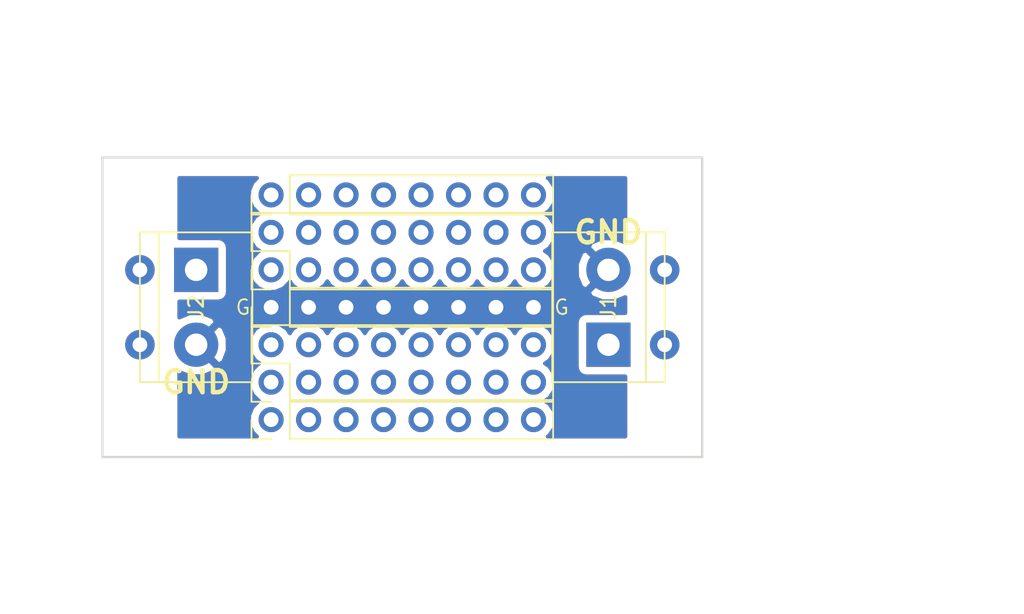
<source format=kicad_pcb>
(kicad_pcb (version 20171130) (host pcbnew 5.0.1)

  (general
    (thickness 1.6)
    (drawings 10)
    (tracks 4)
    (zones 0)
    (modules 11)
    (nets 4)
  )

  (page A4)
  (layers
    (0 F.Cu signal)
    (31 B.Cu signal)
    (32 B.Adhes user)
    (33 F.Adhes user)
    (34 B.Paste user)
    (35 F.Paste user)
    (36 B.SilkS user)
    (37 F.SilkS user)
    (38 B.Mask user)
    (39 F.Mask user)
    (40 Dwgs.User user)
    (41 Cmts.User user)
    (42 Eco1.User user)
    (43 Eco2.User user)
    (44 Edge.Cuts user)
    (45 Margin user)
    (46 B.CrtYd user)
    (47 F.CrtYd user)
    (48 B.Fab user)
    (49 F.Fab user)
  )

  (setup
    (last_trace_width 0.25)
    (trace_clearance 0.2)
    (zone_clearance 0.508)
    (zone_45_only no)
    (trace_min 0.2)
    (segment_width 0.2)
    (edge_width 0.15)
    (via_size 0.8)
    (via_drill 0.4)
    (via_min_size 0.4)
    (via_min_drill 0.3)
    (uvia_size 0.3)
    (uvia_drill 0.1)
    (uvias_allowed no)
    (uvia_min_size 0.2)
    (uvia_min_drill 0.1)
    (pcb_text_width 0.3)
    (pcb_text_size 1.5 1.5)
    (mod_edge_width 0.15)
    (mod_text_size 1 1)
    (mod_text_width 0.15)
    (pad_size 1.7 1.7)
    (pad_drill 1)
    (pad_to_mask_clearance 0.051)
    (solder_mask_min_width 0.25)
    (aux_axis_origin 0 0)
    (visible_elements FFFFFF7F)
    (pcbplotparams
      (layerselection 0x010f0_ffffffff)
      (usegerberextensions true)
      (usegerberattributes false)
      (usegerberadvancedattributes false)
      (creategerberjobfile false)
      (excludeedgelayer true)
      (linewidth 0.100000)
      (plotframeref false)
      (viasonmask false)
      (mode 1)
      (useauxorigin false)
      (hpglpennumber 1)
      (hpglpenspeed 20)
      (hpglpendiameter 15.000000)
      (psnegative false)
      (psa4output false)
      (plotreference true)
      (plotvalue true)
      (plotinvisibletext false)
      (padsonsilk false)
      (subtractmaskfromsilk true)
      (outputformat 1)
      (mirror false)
      (drillshape 0)
      (scaleselection 1)
      (outputdirectory ""))
  )

  (net 0 "")
  (net 1 "Net-(J1-Pad1)")
  (net 2 GND)
  (net 3 "Net-(J2-Pad1)")

  (net_class Default "これはデフォルトのネット クラスです。"
    (clearance 0.2)
    (trace_width 0.25)
    (via_dia 0.8)
    (via_drill 0.4)
    (uvia_dia 0.3)
    (uvia_drill 0.1)
    (add_net GND)
    (add_net "Net-(J1-Pad1)")
    (add_net "Net-(J2-Pad1)")
  )

  (net_class Power ""
    (clearance 0.2)
    (trace_width 0.5)
    (via_dia 0.8)
    (via_drill 0.4)
    (uvia_dia 0.3)
    (uvia_drill 0.1)
  )

  (module Connector_PinHeader_2.54mm:PinHeader_1x08_P2.54mm_Vertical (layer F.Cu) (tedit 5C4125F0) (tstamp 5C42B03B)
    (at 158.75 111.76 90)
    (descr "Through hole straight pin header, 1x08, 2.54mm pitch, single row")
    (tags "Through hole pin header THT 1x08 2.54mm single row")
    (fp_text reference REF** (at 0 -2.33 90) (layer F.SilkS) hide
      (effects (font (size 1 1) (thickness 0.15)))
    )
    (fp_text value PinHeader_1x08_P2.54mm_Vertical (at 0 20.11 90) (layer F.Fab)
      (effects (font (size 1 1) (thickness 0.15)))
    )
    (fp_line (start -0.635 -1.27) (end 1.27 -1.27) (layer F.Fab) (width 0.1))
    (fp_line (start 1.27 -1.27) (end 1.27 19.05) (layer F.Fab) (width 0.1))
    (fp_line (start 1.27 19.05) (end -1.27 19.05) (layer F.Fab) (width 0.1))
    (fp_line (start -1.27 19.05) (end -1.27 -0.635) (layer F.Fab) (width 0.1))
    (fp_line (start -1.27 -0.635) (end -0.635 -1.27) (layer F.Fab) (width 0.1))
    (fp_line (start -1.33 19.11) (end 1.33 19.11) (layer F.SilkS) (width 0.12))
    (fp_line (start -1.33 1.27) (end -1.33 19.11) (layer F.SilkS) (width 0.12))
    (fp_line (start 1.33 1.27) (end 1.33 19.11) (layer F.SilkS) (width 0.12))
    (fp_line (start -1.33 1.27) (end 1.33 1.27) (layer F.SilkS) (width 0.12))
    (fp_line (start -1.33 0) (end -1.33 -1.33) (layer F.SilkS) (width 0.12))
    (fp_line (start -1.33 -1.33) (end 0 -1.33) (layer F.SilkS) (width 0.12))
    (fp_line (start -1.8 -1.8) (end -1.8 19.55) (layer F.CrtYd) (width 0.05))
    (fp_line (start -1.8 19.55) (end 1.8 19.55) (layer F.CrtYd) (width 0.05))
    (fp_line (start 1.8 19.55) (end 1.8 -1.8) (layer F.CrtYd) (width 0.05))
    (fp_line (start 1.8 -1.8) (end -1.8 -1.8) (layer F.CrtYd) (width 0.05))
    (fp_text user %R (at 0 8.89 180) (layer F.Fab)
      (effects (font (size 1 1) (thickness 0.15)))
    )
    (pad 1 thru_hole circle (at 0 0 90) (size 1.7 1.7) (drill 1) (layers *.Cu *.Mask))
    (pad 2 thru_hole oval (at 0 2.54 90) (size 1.7 1.7) (drill 1) (layers *.Cu *.Mask))
    (pad 3 thru_hole oval (at 0 5.08 90) (size 1.7 1.7) (drill 1) (layers *.Cu *.Mask))
    (pad 4 thru_hole oval (at 0 7.62 90) (size 1.7 1.7) (drill 1) (layers *.Cu *.Mask))
    (pad 5 thru_hole oval (at 0 10.16 90) (size 1.7 1.7) (drill 1) (layers *.Cu *.Mask))
    (pad 6 thru_hole oval (at 0 12.7 90) (size 1.7 1.7) (drill 1) (layers *.Cu *.Mask))
    (pad 7 thru_hole oval (at 0 15.24 90) (size 1.7 1.7) (drill 1) (layers *.Cu *.Mask))
    (pad 8 thru_hole oval (at 0 17.78 90) (size 1.7 1.7) (drill 1) (layers *.Cu *.Mask))
    (model ${KISYS3DMOD}/Connector_PinHeader_2.54mm.3dshapes/PinHeader_1x08_P2.54mm_Vertical.wrl
      (at (xyz 0 0 0))
      (scale (xyz 1 1 1))
      (rotate (xyz 0 0 0))
    )
  )

  (module Connector_PinHeader_2.54mm:PinHeader_2x08_P2.54mm_Vertical (layer F.Cu) (tedit 5C41216B) (tstamp 5C41F836)
    (at 158.75 109.22 90)
    (descr "Through hole straight pin header, 2x08, 2.54mm pitch, double rows")
    (tags "Through hole pin header THT 2x08 2.54mm double row")
    (fp_text reference REF** (at 1.27 -2.33 90) (layer F.SilkS) hide
      (effects (font (size 1 1) (thickness 0.15)))
    )
    (fp_text value PinHeader_2x08_P2.54mm_Vertical (at 1.27 20.11 90) (layer F.Fab)
      (effects (font (size 1 1) (thickness 0.15)))
    )
    (fp_line (start 0 -1.27) (end 3.81 -1.27) (layer F.Fab) (width 0.1))
    (fp_line (start 3.81 -1.27) (end 3.81 19.05) (layer F.Fab) (width 0.1))
    (fp_line (start 3.81 19.05) (end -1.27 19.05) (layer F.Fab) (width 0.1))
    (fp_line (start -1.27 19.05) (end -1.27 0) (layer F.Fab) (width 0.1))
    (fp_line (start -1.27 0) (end 0 -1.27) (layer F.Fab) (width 0.1))
    (fp_line (start -1.33 19.11) (end 3.87 19.11) (layer F.SilkS) (width 0.12))
    (fp_line (start -1.33 1.27) (end -1.33 19.11) (layer F.SilkS) (width 0.12))
    (fp_line (start 3.87 -1.33) (end 3.87 19.11) (layer F.SilkS) (width 0.12))
    (fp_line (start -1.33 1.27) (end 1.27 1.27) (layer F.SilkS) (width 0.12))
    (fp_line (start 1.27 1.27) (end 1.27 -1.33) (layer F.SilkS) (width 0.12))
    (fp_line (start 1.27 -1.33) (end 3.87 -1.33) (layer F.SilkS) (width 0.12))
    (fp_line (start -1.33 0) (end -1.33 -1.33) (layer F.SilkS) (width 0.12))
    (fp_line (start -1.33 -1.33) (end 0 -1.33) (layer F.SilkS) (width 0.12))
    (fp_line (start -1.8 -1.8) (end -1.8 19.55) (layer F.CrtYd) (width 0.05))
    (fp_line (start -1.8 19.55) (end 4.35 19.55) (layer F.CrtYd) (width 0.05))
    (fp_line (start 4.35 19.55) (end 4.35 -1.8) (layer F.CrtYd) (width 0.05))
    (fp_line (start 4.35 -1.8) (end -1.8 -1.8) (layer F.CrtYd) (width 0.05))
    (fp_text user %R (at 1.27 8.89 180) (layer F.Fab)
      (effects (font (size 1 1) (thickness 0.15)))
    )
    (pad 1 thru_hole circle (at 0 0 90) (size 1.7 1.7) (drill 1) (layers *.Cu *.Mask))
    (pad 2 thru_hole oval (at 2.54 0 90) (size 1.7 1.7) (drill 1) (layers *.Cu *.Mask))
    (pad 3 thru_hole oval (at 0 2.54 90) (size 1.7 1.7) (drill 1) (layers *.Cu *.Mask))
    (pad 4 thru_hole oval (at 2.54 2.54 90) (size 1.7 1.7) (drill 1) (layers *.Cu *.Mask))
    (pad 5 thru_hole oval (at 0 5.08 90) (size 1.7 1.7) (drill 1) (layers *.Cu *.Mask))
    (pad 6 thru_hole oval (at 2.54 5.08 90) (size 1.7 1.7) (drill 1) (layers *.Cu *.Mask))
    (pad 7 thru_hole oval (at 0 7.62 90) (size 1.7 1.7) (drill 1) (layers *.Cu *.Mask))
    (pad 8 thru_hole oval (at 2.54 7.62 90) (size 1.7 1.7) (drill 1) (layers *.Cu *.Mask))
    (pad 9 thru_hole oval (at 0 10.16 90) (size 1.7 1.7) (drill 1) (layers *.Cu *.Mask))
    (pad 10 thru_hole oval (at 2.54 10.16 90) (size 1.7 1.7) (drill 1) (layers *.Cu *.Mask))
    (pad 11 thru_hole oval (at 0 12.7 90) (size 1.7 1.7) (drill 1) (layers *.Cu *.Mask))
    (pad 12 thru_hole oval (at 2.54 12.7 90) (size 1.7 1.7) (drill 1) (layers *.Cu *.Mask))
    (pad 13 thru_hole oval (at 0 15.24 90) (size 1.7 1.7) (drill 1) (layers *.Cu *.Mask))
    (pad 14 thru_hole oval (at 2.54 15.24 90) (size 1.7 1.7) (drill 1) (layers *.Cu *.Mask))
    (pad 15 thru_hole oval (at 0 17.78 90) (size 1.7 1.7) (drill 1) (layers *.Cu *.Mask))
    (pad 16 thru_hole oval (at 2.54 17.78 90) (size 1.7 1.7) (drill 1) (layers *.Cu *.Mask))
    (model ${KISYS3DMOD}/Connector_PinHeader_2.54mm.3dshapes/PinHeader_2x08_P2.54mm_Vertical.wrl
      (at (xyz 0 0 0))
      (scale (xyz 1 1 1))
      (rotate (xyz 0 0 0))
    )
  )

  (module Connector_PinHeader_2.54mm:PinHeader_2x08_P2.54mm_Vertical (layer F.Cu) (tedit 5C41215F) (tstamp 5C41EBDA)
    (at 158.75 101.6 90)
    (descr "Through hole straight pin header, 2x08, 2.54mm pitch, double rows")
    (tags "Through hole pin header THT 2x08 2.54mm double row")
    (fp_text reference REF** (at 1.27 -2.33 90) (layer F.SilkS) hide
      (effects (font (size 1 1) (thickness 0.15)))
    )
    (fp_text value PinHeader_2x08_P2.54mm_Vertical (at 1.27 20.11 90) (layer F.Fab)
      (effects (font (size 1 1) (thickness 0.15)))
    )
    (fp_text user %R (at 1.27 8.89 180) (layer F.Fab)
      (effects (font (size 1 1) (thickness 0.15)))
    )
    (fp_line (start 4.35 -1.8) (end -1.8 -1.8) (layer F.CrtYd) (width 0.05))
    (fp_line (start 4.35 19.55) (end 4.35 -1.8) (layer F.CrtYd) (width 0.05))
    (fp_line (start -1.8 19.55) (end 4.35 19.55) (layer F.CrtYd) (width 0.05))
    (fp_line (start -1.8 -1.8) (end -1.8 19.55) (layer F.CrtYd) (width 0.05))
    (fp_line (start -1.33 -1.33) (end 0 -1.33) (layer F.SilkS) (width 0.12))
    (fp_line (start -1.33 0) (end -1.33 -1.33) (layer F.SilkS) (width 0.12))
    (fp_line (start 1.27 -1.33) (end 3.87 -1.33) (layer F.SilkS) (width 0.12))
    (fp_line (start 1.27 1.27) (end 1.27 -1.33) (layer F.SilkS) (width 0.12))
    (fp_line (start -1.33 1.27) (end 1.27 1.27) (layer F.SilkS) (width 0.12))
    (fp_line (start 3.87 -1.33) (end 3.87 19.11) (layer F.SilkS) (width 0.12))
    (fp_line (start -1.33 1.27) (end -1.33 19.11) (layer F.SilkS) (width 0.12))
    (fp_line (start -1.33 19.11) (end 3.87 19.11) (layer F.SilkS) (width 0.12))
    (fp_line (start -1.27 0) (end 0 -1.27) (layer F.Fab) (width 0.1))
    (fp_line (start -1.27 19.05) (end -1.27 0) (layer F.Fab) (width 0.1))
    (fp_line (start 3.81 19.05) (end -1.27 19.05) (layer F.Fab) (width 0.1))
    (fp_line (start 3.81 -1.27) (end 3.81 19.05) (layer F.Fab) (width 0.1))
    (fp_line (start 0 -1.27) (end 3.81 -1.27) (layer F.Fab) (width 0.1))
    (pad 16 thru_hole oval (at 2.54 17.78 90) (size 1.7 1.7) (drill 1) (layers *.Cu *.Mask))
    (pad 15 thru_hole oval (at 0 17.78 90) (size 1.7 1.7) (drill 1) (layers *.Cu *.Mask))
    (pad 14 thru_hole oval (at 2.54 15.24 90) (size 1.7 1.7) (drill 1) (layers *.Cu *.Mask))
    (pad 13 thru_hole oval (at 0 15.24 90) (size 1.7 1.7) (drill 1) (layers *.Cu *.Mask))
    (pad 12 thru_hole oval (at 2.54 12.7 90) (size 1.7 1.7) (drill 1) (layers *.Cu *.Mask))
    (pad 11 thru_hole oval (at 0 12.7 90) (size 1.7 1.7) (drill 1) (layers *.Cu *.Mask))
    (pad 10 thru_hole oval (at 2.54 10.16 90) (size 1.7 1.7) (drill 1) (layers *.Cu *.Mask))
    (pad 9 thru_hole oval (at 0 10.16 90) (size 1.7 1.7) (drill 1) (layers *.Cu *.Mask))
    (pad 8 thru_hole oval (at 2.54 7.62 90) (size 1.7 1.7) (drill 1) (layers *.Cu *.Mask))
    (pad 7 thru_hole oval (at 0 7.62 90) (size 1.7 1.7) (drill 1) (layers *.Cu *.Mask))
    (pad 6 thru_hole oval (at 2.54 5.08 90) (size 1.7 1.7) (drill 1) (layers *.Cu *.Mask))
    (pad 5 thru_hole oval (at 0 5.08 90) (size 1.7 1.7) (drill 1) (layers *.Cu *.Mask))
    (pad 4 thru_hole oval (at 2.54 2.54 90) (size 1.7 1.7) (drill 1) (layers *.Cu *.Mask))
    (pad 3 thru_hole oval (at 0 2.54 90) (size 1.7 1.7) (drill 1) (layers *.Cu *.Mask))
    (pad 2 thru_hole oval (at 2.54 0 90) (size 1.7 1.7) (drill 1) (layers *.Cu *.Mask))
    (pad 1 thru_hole circle (at 0 0 90) (size 1.7 1.7) (drill 1) (layers *.Cu *.Mask))
    (model ${KISYS3DMOD}/Connector_PinHeader_2.54mm.3dshapes/PinHeader_2x08_P2.54mm_Vertical.wrl
      (at (xyz 0 0 0))
      (scale (xyz 1 1 1))
      (rotate (xyz 0 0 0))
    )
  )

  (module MountingHole:MountingHole_2.2mm_M2 (layer F.Cu) (tedit 5C411E1B) (tstamp 5C4120EA)
    (at 185.42 96.52)
    (descr "Mounting Hole 2.2mm, no annular, M2")
    (tags "mounting hole 2.2mm no annular m2")
    (attr virtual)
    (fp_text reference REF** (at 0 -3.2) (layer F.SilkS) hide
      (effects (font (size 1 1) (thickness 0.15)))
    )
    (fp_text value MountingHole_2.2mm_M2 (at 0 3.2) (layer F.Fab)
      (effects (font (size 1 1) (thickness 0.15)))
    )
    (fp_circle (center 0 0) (end 2.45 0) (layer F.CrtYd) (width 0.05))
    (fp_circle (center 0 0) (end 2.2 0) (layer Cmts.User) (width 0.15))
    (fp_text user %R (at 0.3 0) (layer F.Fab)
      (effects (font (size 1 1) (thickness 0.15)))
    )
    (pad 1 np_thru_hole circle (at 0 0) (size 2.2 2.2) (drill 2.2) (layers *.Cu *.Mask))
  )

  (module MountingHole:MountingHole_2.2mm_M2 (layer F.Cu) (tedit 5C411E20) (tstamp 5C4120FD)
    (at 185.42 111.76)
    (descr "Mounting Hole 2.2mm, no annular, M2")
    (tags "mounting hole 2.2mm no annular m2")
    (attr virtual)
    (fp_text reference REF** (at 0 -3.2) (layer F.SilkS) hide
      (effects (font (size 1 1) (thickness 0.15)))
    )
    (fp_text value MountingHole_2.2mm_M2 (at 0 3.2) (layer F.Fab)
      (effects (font (size 1 1) (thickness 0.15)))
    )
    (fp_circle (center 0 0) (end 2.45 0) (layer F.CrtYd) (width 0.05))
    (fp_circle (center 0 0) (end 2.2 0) (layer Cmts.User) (width 0.15))
    (fp_text user %R (at 0.3 0) (layer F.Fab)
      (effects (font (size 1 1) (thickness 0.15)))
    )
    (pad 1 np_thru_hole circle (at 0 0) (size 2.2 2.2) (drill 2.2) (layers *.Cu *.Mask))
  )

  (module MountingHole:MountingHole_2.2mm_M2 (layer F.Cu) (tedit 5C411E2C) (tstamp 5C412114)
    (at 149.86 96.52)
    (descr "Mounting Hole 2.2mm, no annular, M2")
    (tags "mounting hole 2.2mm no annular m2")
    (attr virtual)
    (fp_text reference REF** (at 0 -3.2) (layer F.SilkS) hide
      (effects (font (size 1 1) (thickness 0.15)))
    )
    (fp_text value MountingHole_2.2mm_M2 (at 0 3.2) (layer F.Fab)
      (effects (font (size 1 1) (thickness 0.15)))
    )
    (fp_circle (center 0 0) (end 2.45 0) (layer F.CrtYd) (width 0.05))
    (fp_circle (center 0 0) (end 2.2 0) (layer Cmts.User) (width 0.15))
    (fp_text user %R (at 0.3 0) (layer F.Fab)
      (effects (font (size 1 1) (thickness 0.15)))
    )
    (pad 1 np_thru_hole circle (at 0 0) (size 2.2 2.2) (drill 2.2) (layers *.Cu *.Mask))
  )

  (module MountingHole:MountingHole_2.2mm_M2 (layer F.Cu) (tedit 5C411E32) (tstamp 5C41212F)
    (at 149.86 111.76)
    (descr "Mounting Hole 2.2mm, no annular, M2")
    (tags "mounting hole 2.2mm no annular m2")
    (attr virtual)
    (fp_text reference REF** (at 0 -3.2) (layer F.SilkS) hide
      (effects (font (size 1 1) (thickness 0.15)))
    )
    (fp_text value MountingHole_2.2mm_M2 (at 0 3.2) (layer F.Fab)
      (effects (font (size 1 1) (thickness 0.15)))
    )
    (fp_circle (center 0 0) (end 2.45 0) (layer F.CrtYd) (width 0.05))
    (fp_circle (center 0 0) (end 2.2 0) (layer Cmts.User) (width 0.15))
    (fp_text user %R (at 0.3 0) (layer F.Fab)
      (effects (font (size 1 1) (thickness 0.15)))
    )
    (pad 1 np_thru_hole circle (at 0 0) (size 2.2 2.2) (drill 2.2) (layers *.Cu *.Mask))
  )

  (module TerminalBlock:TerminalBlock_bornier-2_P5.08mm (layer F.Cu) (tedit 59FF03AB) (tstamp 5C41E9C4)
    (at 181.61 106.68 90)
    (descr "simple 2-pin terminal block, pitch 5.08mm, revamped version of bornier2")
    (tags "terminal block bornier2")
    (path /5C4124B5)
    (fp_text reference J1 (at 2.54 0 90) (layer F.SilkS)
      (effects (font (size 1 1) (thickness 0.15)))
    )
    (fp_text value Conn_01x02 (at 2.54 5.08 90) (layer F.Fab)
      (effects (font (size 1 1) (thickness 0.15)))
    )
    (fp_text user %R (at 2.54 0 90) (layer F.Fab)
      (effects (font (size 1 1) (thickness 0.15)))
    )
    (fp_line (start -2.41 2.55) (end 7.49 2.55) (layer F.Fab) (width 0.1))
    (fp_line (start -2.46 -3.75) (end -2.46 3.75) (layer F.Fab) (width 0.1))
    (fp_line (start -2.46 3.75) (end 7.54 3.75) (layer F.Fab) (width 0.1))
    (fp_line (start 7.54 3.75) (end 7.54 -3.75) (layer F.Fab) (width 0.1))
    (fp_line (start 7.54 -3.75) (end -2.46 -3.75) (layer F.Fab) (width 0.1))
    (fp_line (start 7.62 2.54) (end -2.54 2.54) (layer F.SilkS) (width 0.12))
    (fp_line (start 7.62 3.81) (end 7.62 -3.81) (layer F.SilkS) (width 0.12))
    (fp_line (start 7.62 -3.81) (end -2.54 -3.81) (layer F.SilkS) (width 0.12))
    (fp_line (start -2.54 -3.81) (end -2.54 3.81) (layer F.SilkS) (width 0.12))
    (fp_line (start -2.54 3.81) (end 7.62 3.81) (layer F.SilkS) (width 0.12))
    (fp_line (start -2.71 -4) (end 7.79 -4) (layer F.CrtYd) (width 0.05))
    (fp_line (start -2.71 -4) (end -2.71 4) (layer F.CrtYd) (width 0.05))
    (fp_line (start 7.79 4) (end 7.79 -4) (layer F.CrtYd) (width 0.05))
    (fp_line (start 7.79 4) (end -2.71 4) (layer F.CrtYd) (width 0.05))
    (pad 1 thru_hole rect (at 0 0 90) (size 3 3) (drill 1.52) (layers *.Cu *.Mask)
      (net 1 "Net-(J1-Pad1)"))
    (pad 2 thru_hole circle (at 5.08 0 90) (size 3 3) (drill 1.52) (layers *.Cu *.Mask)
      (net 2 GND))
    (model ${KISYS3DMOD}/TerminalBlock.3dshapes/TerminalBlock_bornier-2_P5.08mm.wrl
      (offset (xyz 2.539999961853027 0 0))
      (scale (xyz 1 1 1))
      (rotate (xyz 0 0 0))
    )
  )

  (module TerminalBlock:TerminalBlock_bornier-2_P5.08mm (layer F.Cu) (tedit 59FF03AB) (tstamp 5C41E9D9)
    (at 153.67 101.6 270)
    (descr "simple 2-pin terminal block, pitch 5.08mm, revamped version of bornier2")
    (tags "terminal block bornier2")
    (path /5C4124D6)
    (fp_text reference J2 (at 2.54 0 270) (layer F.SilkS)
      (effects (font (size 1 1) (thickness 0.15)))
    )
    (fp_text value Conn_01x02 (at 2.54 5.08 270) (layer F.Fab)
      (effects (font (size 1 1) (thickness 0.15)))
    )
    (fp_line (start 7.79 4) (end -2.71 4) (layer F.CrtYd) (width 0.05))
    (fp_line (start 7.79 4) (end 7.79 -4) (layer F.CrtYd) (width 0.05))
    (fp_line (start -2.71 -4) (end -2.71 4) (layer F.CrtYd) (width 0.05))
    (fp_line (start -2.71 -4) (end 7.79 -4) (layer F.CrtYd) (width 0.05))
    (fp_line (start -2.54 3.81) (end 7.62 3.81) (layer F.SilkS) (width 0.12))
    (fp_line (start -2.54 -3.81) (end -2.54 3.81) (layer F.SilkS) (width 0.12))
    (fp_line (start 7.62 -3.81) (end -2.54 -3.81) (layer F.SilkS) (width 0.12))
    (fp_line (start 7.62 3.81) (end 7.62 -3.81) (layer F.SilkS) (width 0.12))
    (fp_line (start 7.62 2.54) (end -2.54 2.54) (layer F.SilkS) (width 0.12))
    (fp_line (start 7.54 -3.75) (end -2.46 -3.75) (layer F.Fab) (width 0.1))
    (fp_line (start 7.54 3.75) (end 7.54 -3.75) (layer F.Fab) (width 0.1))
    (fp_line (start -2.46 3.75) (end 7.54 3.75) (layer F.Fab) (width 0.1))
    (fp_line (start -2.46 -3.75) (end -2.46 3.75) (layer F.Fab) (width 0.1))
    (fp_line (start -2.41 2.55) (end 7.49 2.55) (layer F.Fab) (width 0.1))
    (fp_text user %R (at 2.54 0 270) (layer F.Fab)
      (effects (font (size 1 1) (thickness 0.15)))
    )
    (pad 2 thru_hole circle (at 5.08 0 270) (size 3 3) (drill 1.52) (layers *.Cu *.Mask)
      (net 2 GND))
    (pad 1 thru_hole rect (at 0 0 270) (size 3 3) (drill 1.52) (layers *.Cu *.Mask)
      (net 3 "Net-(J2-Pad1)"))
    (model ${KISYS3DMOD}/TerminalBlock.3dshapes/TerminalBlock_bornier-2_P5.08mm.wrl
      (offset (xyz 2.539999961853027 0 0))
      (scale (xyz 1 1 1))
      (rotate (xyz 0 0 0))
    )
  )

  (module Connector_PinHeader_2.54mm:PinHeader_1x08_P2.54mm_Vertical (layer F.Cu) (tedit 5C4125F0) (tstamp 5C42ABF6)
    (at 158.75 96.52 90)
    (descr "Through hole straight pin header, 1x08, 2.54mm pitch, single row")
    (tags "Through hole pin header THT 1x08 2.54mm single row")
    (fp_text reference REF** (at 0 -2.33 90) (layer F.SilkS) hide
      (effects (font (size 1 1) (thickness 0.15)))
    )
    (fp_text value PinHeader_1x08_P2.54mm_Vertical (at 0 20.11 90) (layer F.Fab)
      (effects (font (size 1 1) (thickness 0.15)))
    )
    (fp_text user %R (at 0 8.89 180) (layer F.Fab)
      (effects (font (size 1 1) (thickness 0.15)))
    )
    (fp_line (start 1.8 -1.8) (end -1.8 -1.8) (layer F.CrtYd) (width 0.05))
    (fp_line (start 1.8 19.55) (end 1.8 -1.8) (layer F.CrtYd) (width 0.05))
    (fp_line (start -1.8 19.55) (end 1.8 19.55) (layer F.CrtYd) (width 0.05))
    (fp_line (start -1.8 -1.8) (end -1.8 19.55) (layer F.CrtYd) (width 0.05))
    (fp_line (start -1.33 -1.33) (end 0 -1.33) (layer F.SilkS) (width 0.12))
    (fp_line (start -1.33 0) (end -1.33 -1.33) (layer F.SilkS) (width 0.12))
    (fp_line (start -1.33 1.27) (end 1.33 1.27) (layer F.SilkS) (width 0.12))
    (fp_line (start 1.33 1.27) (end 1.33 19.11) (layer F.SilkS) (width 0.12))
    (fp_line (start -1.33 1.27) (end -1.33 19.11) (layer F.SilkS) (width 0.12))
    (fp_line (start -1.33 19.11) (end 1.33 19.11) (layer F.SilkS) (width 0.12))
    (fp_line (start -1.27 -0.635) (end -0.635 -1.27) (layer F.Fab) (width 0.1))
    (fp_line (start -1.27 19.05) (end -1.27 -0.635) (layer F.Fab) (width 0.1))
    (fp_line (start 1.27 19.05) (end -1.27 19.05) (layer F.Fab) (width 0.1))
    (fp_line (start 1.27 -1.27) (end 1.27 19.05) (layer F.Fab) (width 0.1))
    (fp_line (start -0.635 -1.27) (end 1.27 -1.27) (layer F.Fab) (width 0.1))
    (pad 8 thru_hole oval (at 0 17.78 90) (size 1.7 1.7) (drill 1) (layers *.Cu *.Mask))
    (pad 7 thru_hole oval (at 0 15.24 90) (size 1.7 1.7) (drill 1) (layers *.Cu *.Mask))
    (pad 6 thru_hole oval (at 0 12.7 90) (size 1.7 1.7) (drill 1) (layers *.Cu *.Mask))
    (pad 5 thru_hole oval (at 0 10.16 90) (size 1.7 1.7) (drill 1) (layers *.Cu *.Mask))
    (pad 4 thru_hole oval (at 0 7.62 90) (size 1.7 1.7) (drill 1) (layers *.Cu *.Mask))
    (pad 3 thru_hole oval (at 0 5.08 90) (size 1.7 1.7) (drill 1) (layers *.Cu *.Mask))
    (pad 2 thru_hole oval (at 0 2.54 90) (size 1.7 1.7) (drill 1) (layers *.Cu *.Mask))
    (pad 1 thru_hole circle (at 0 0 90) (size 1.7 1.7) (drill 1) (layers *.Cu *.Mask))
    (model ${KISYS3DMOD}/Connector_PinHeader_2.54mm.3dshapes/PinHeader_1x08_P2.54mm_Vertical.wrl
      (at (xyz 0 0 0))
      (scale (xyz 1 1 1))
      (rotate (xyz 0 0 0))
    )
  )

  (module Connector_PinHeader_2.54mm:PinHeader_1x08_P2.54mm_Vertical (layer F.Cu) (tedit 5C5117C0) (tstamp 5C5297CD)
    (at 158.75 104.14 90)
    (descr "Through hole straight pin header, 1x08, 2.54mm pitch, single row")
    (tags "Through hole pin header THT 1x08 2.54mm single row")
    (path /5C5116C7)
    (zone_connect 2)
    (fp_text reference J3 (at 0 -2.33 90) (layer F.SilkS) hide
      (effects (font (size 1 1) (thickness 0.15)))
    )
    (fp_text value Conn_01x02 (at 0 20.11 90) (layer F.Fab)
      (effects (font (size 1 1) (thickness 0.15)))
    )
    (fp_line (start -0.635 -1.27) (end 1.27 -1.27) (layer F.Fab) (width 0.1))
    (fp_line (start 1.27 -1.27) (end 1.27 19.05) (layer F.Fab) (width 0.1))
    (fp_line (start 1.27 19.05) (end -1.27 19.05) (layer F.Fab) (width 0.1))
    (fp_line (start -1.27 19.05) (end -1.27 -0.635) (layer F.Fab) (width 0.1))
    (fp_line (start -1.27 -0.635) (end -0.635 -1.27) (layer F.Fab) (width 0.1))
    (fp_line (start -1.33 19.11) (end 1.33 19.11) (layer F.SilkS) (width 0.12))
    (fp_line (start -1.33 1.27) (end -1.33 19.11) (layer F.SilkS) (width 0.12))
    (fp_line (start 1.33 1.27) (end 1.33 19.11) (layer F.SilkS) (width 0.12))
    (fp_line (start -1.33 1.27) (end 1.33 1.27) (layer F.SilkS) (width 0.12))
    (fp_line (start -1.33 0) (end -1.33 -1.33) (layer F.SilkS) (width 0.12))
    (fp_line (start -1.33 -1.33) (end 0 -1.33) (layer F.SilkS) (width 0.12))
    (fp_line (start -1.8 -1.8) (end -1.8 19.55) (layer F.CrtYd) (width 0.05))
    (fp_line (start -1.8 19.55) (end 1.8 19.55) (layer F.CrtYd) (width 0.05))
    (fp_line (start 1.8 19.55) (end 1.8 -1.8) (layer F.CrtYd) (width 0.05))
    (fp_line (start 1.8 -1.8) (end -1.8 -1.8) (layer F.CrtYd) (width 0.05))
    (fp_text user %R (at 0 8.89 180) (layer F.Fab)
      (effects (font (size 1 1) (thickness 0.15)))
    )
    (pad 1 thru_hole circle (at 0 0 90) (size 1.7 1.7) (drill 1) (layers *.Cu *.Mask)
      (net 2 GND) (zone_connect 2))
    (pad 2 thru_hole oval (at 0 2.54 90) (size 1.7 1.7) (drill 1) (layers *.Cu *.Mask)
      (net 2 GND) (zone_connect 2))
    (pad 3 thru_hole oval (at 0 5.08 90) (size 1.7 1.7) (drill 1) (layers *.Cu *.Mask)
      (net 2 GND) (zone_connect 2))
    (pad 4 thru_hole oval (at 0 7.62 90) (size 1.7 1.7) (drill 1) (layers *.Cu *.Mask)
      (net 2 GND) (zone_connect 2))
    (pad 5 thru_hole oval (at 0 10.16 90) (size 1.7 1.7) (drill 1) (layers *.Cu *.Mask)
      (net 2 GND) (zone_connect 2))
    (pad 6 thru_hole oval (at 0 12.7 90) (size 1.7 1.7) (drill 1) (layers *.Cu *.Mask)
      (net 2 GND) (zone_connect 2))
    (pad 7 thru_hole oval (at 0 15.24 90) (size 1.7 1.7) (drill 1) (layers *.Cu *.Mask)
      (net 2 GND) (zone_connect 2))
    (pad 8 thru_hole oval (at 0 17.78 90) (size 1.7 1.7) (drill 1) (layers *.Cu *.Mask)
      (net 2 GND) (zone_connect 2))
    (model ${KISYS3DMOD}/Connector_PinHeader_2.54mm.3dshapes/PinHeader_1x08_P2.54mm_Vertical.wrl
      (at (xyz 0 0 0))
      (scale (xyz 1 1 1))
      (rotate (xyz 0 0 0))
    )
  )

  (gr_text G (at 156.845 104.14) (layer F.SilkS) (tstamp 5C511FEF)
    (effects (font (size 1 1) (thickness 0.12)))
  )
  (gr_text G (at 178.435 104.14) (layer F.SilkS) (tstamp 5C511B23)
    (effects (font (size 1 1) (thickness 0.12)))
  )
  (gr_text GND (at 153.67 109.22) (layer F.SilkS) (tstamp 5C41EB1E)
    (effects (font (size 1.5 1.5) (thickness 0.3)))
  )
  (gr_text GND (at 181.61 99.06) (layer F.SilkS)
    (effects (font (size 1.5 1.5) (thickness 0.3)))
  )
  (dimension 20.32 (width 0.3) (layer Cmts.User)
    (gr_text "20.320 mm" (at 207.84 104.14 270) (layer Cmts.User)
      (effects (font (size 1.5 1.5) (thickness 0.3)))
    )
    (feature1 (pts (xy 203.2 114.3) (xy 206.326421 114.3)))
    (feature2 (pts (xy 203.2 93.98) (xy 206.326421 93.98)))
    (crossbar (pts (xy 205.74 93.98) (xy 205.74 114.3)))
    (arrow1a (pts (xy 205.74 114.3) (xy 205.153579 113.173496)))
    (arrow1b (pts (xy 205.74 114.3) (xy 206.326421 113.173496)))
    (arrow2a (pts (xy 205.74 93.98) (xy 205.153579 95.106504)))
    (arrow2b (pts (xy 205.74 93.98) (xy 206.326421 95.106504)))
  )
  (dimension 40.64 (width 0.3) (layer Cmts.User)
    (gr_text "40.640 mm" (at 167.64 124.02) (layer Cmts.User)
      (effects (font (size 1.5 1.5) (thickness 0.3)))
    )
    (feature1 (pts (xy 187.96 119.38) (xy 187.96 122.506421)))
    (feature2 (pts (xy 147.32 119.38) (xy 147.32 122.506421)))
    (crossbar (pts (xy 147.32 121.92) (xy 187.96 121.92)))
    (arrow1a (pts (xy 187.96 121.92) (xy 186.833496 122.506421)))
    (arrow1b (pts (xy 187.96 121.92) (xy 186.833496 121.333579)))
    (arrow2a (pts (xy 147.32 121.92) (xy 148.446504 122.506421)))
    (arrow2b (pts (xy 147.32 121.92) (xy 148.446504 121.333579)))
  )
  (gr_line (start 147.32 114.3) (end 147.32 93.98) (layer Edge.Cuts) (width 0.15))
  (gr_line (start 187.96 114.3) (end 147.32 114.3) (layer Edge.Cuts) (width 0.15))
  (gr_line (start 187.96 93.98) (end 187.96 114.3) (layer Edge.Cuts) (width 0.15))
  (gr_line (start 147.32 93.98) (end 187.96 93.98) (layer Edge.Cuts) (width 0.15))

  (via (at 185.42 101.6) (size 2) (drill 1) (layers F.Cu B.Cu) (net 0))
  (via (at 185.42 106.68) (size 2) (drill 1) (layers F.Cu B.Cu) (net 0))
  (via (at 149.86 101.6) (size 2) (drill 1) (layers F.Cu B.Cu) (net 0) (tstamp 5C41EB2C))
  (via (at 149.86 106.68) (size 2) (drill 1) (layers F.Cu B.Cu) (net 0) (tstamp 5C41EBF2))

  (zone (net 2) (net_name GND) (layer F.Cu) (tstamp 5C42BA2B) (hatch edge 0.508)
    (connect_pads (clearance 0.508))
    (min_thickness 0.254)
    (fill yes (arc_segments 16) (thermal_gap 0.508) (thermal_bridge_width 0.508))
    (polygon
      (pts
        (xy 152.4 95.25) (xy 182.88 95.25) (xy 182.88 113.03) (xy 152.4 113.03)
      )
    )
    (filled_polygon
      (pts
        (xy 157.491078 95.678815) (xy 157.265 96.224615) (xy 157.265 96.815385) (xy 157.491078 97.361185) (xy 157.908815 97.778922)
        (xy 157.961611 97.800791) (xy 157.679375 97.989375) (xy 157.351161 98.480582) (xy 157.235908 99.06) (xy 157.351161 99.639418)
        (xy 157.679375 100.130625) (xy 157.961611 100.319209) (xy 157.908815 100.341078) (xy 157.491078 100.758815) (xy 157.265 101.304615)
        (xy 157.265 101.895385) (xy 157.491078 102.441185) (xy 157.908815 102.858922) (xy 158.454615 103.085) (xy 159.045385 103.085)
        (xy 159.591185 102.858922) (xy 160.008922 102.441185) (xy 160.030791 102.388389) (xy 160.219375 102.670625) (xy 160.710582 102.998839)
        (xy 161.143744 103.085) (xy 161.436256 103.085) (xy 161.869418 102.998839) (xy 162.360625 102.670625) (xy 162.56 102.372239)
        (xy 162.759375 102.670625) (xy 163.250582 102.998839) (xy 163.683744 103.085) (xy 163.976256 103.085) (xy 164.409418 102.998839)
        (xy 164.900625 102.670625) (xy 165.1 102.372239) (xy 165.299375 102.670625) (xy 165.790582 102.998839) (xy 166.223744 103.085)
        (xy 166.516256 103.085) (xy 166.949418 102.998839) (xy 167.440625 102.670625) (xy 167.64 102.372239) (xy 167.839375 102.670625)
        (xy 168.330582 102.998839) (xy 168.763744 103.085) (xy 169.056256 103.085) (xy 169.489418 102.998839) (xy 169.980625 102.670625)
        (xy 170.18 102.372239) (xy 170.379375 102.670625) (xy 170.870582 102.998839) (xy 171.303744 103.085) (xy 171.596256 103.085)
        (xy 172.029418 102.998839) (xy 172.520625 102.670625) (xy 172.72 102.372239) (xy 172.919375 102.670625) (xy 173.410582 102.998839)
        (xy 173.843744 103.085) (xy 174.136256 103.085) (xy 174.569418 102.998839) (xy 175.060625 102.670625) (xy 175.26 102.372239)
        (xy 175.459375 102.670625) (xy 175.950582 102.998839) (xy 176.383744 103.085) (xy 176.676256 103.085) (xy 177.109418 102.998839)
        (xy 177.600625 102.670625) (xy 177.928839 102.179418) (xy 178.044092 101.6) (xy 177.967748 101.216187) (xy 179.467277 101.216187)
        (xy 179.483503 102.065387) (xy 179.777261 102.774582) (xy 180.09603 102.934365) (xy 181.430395 101.6) (xy 180.09603 100.265635)
        (xy 179.777261 100.425418) (xy 179.467277 101.216187) (xy 177.967748 101.216187) (xy 177.928839 101.020582) (xy 177.600625 100.529375)
        (xy 177.302239 100.33) (xy 177.600625 100.130625) (xy 177.928839 99.639418) (xy 178.044092 99.06) (xy 177.928839 98.480582)
        (xy 177.600625 97.989375) (xy 177.302239 97.79) (xy 177.600625 97.590625) (xy 177.928839 97.099418) (xy 178.044092 96.52)
        (xy 177.928839 95.940582) (xy 177.600625 95.449375) (xy 177.492308 95.377) (xy 182.753 95.377) (xy 182.753 99.754881)
        (xy 181.993813 99.457277) (xy 181.144613 99.473503) (xy 180.435418 99.767261) (xy 180.275635 100.08603) (xy 181.61 101.420395)
        (xy 181.624143 101.406253) (xy 181.803748 101.585858) (xy 181.789605 101.6) (xy 181.803748 101.614143) (xy 181.624143 101.793748)
        (xy 181.61 101.779605) (xy 180.275635 103.11397) (xy 180.435418 103.432739) (xy 181.226187 103.742723) (xy 182.075387 103.726497)
        (xy 182.753 103.445821) (xy 182.753 104.53256) (xy 180.11 104.53256) (xy 179.862235 104.581843) (xy 179.652191 104.722191)
        (xy 179.511843 104.932235) (xy 179.46256 105.18) (xy 179.46256 108.18) (xy 179.511843 108.427765) (xy 179.652191 108.637809)
        (xy 179.862235 108.778157) (xy 180.11 108.82744) (xy 182.753 108.82744) (xy 182.753 112.903) (xy 177.492308 112.903)
        (xy 177.600625 112.830625) (xy 177.928839 112.339418) (xy 178.044092 111.76) (xy 177.928839 111.180582) (xy 177.600625 110.689375)
        (xy 177.302239 110.49) (xy 177.600625 110.290625) (xy 177.928839 109.799418) (xy 178.044092 109.22) (xy 177.928839 108.640582)
        (xy 177.600625 108.149375) (xy 177.302239 107.95) (xy 177.600625 107.750625) (xy 177.928839 107.259418) (xy 178.044092 106.68)
        (xy 177.928839 106.100582) (xy 177.600625 105.609375) (xy 177.109418 105.281161) (xy 176.676256 105.195) (xy 176.383744 105.195)
        (xy 175.950582 105.281161) (xy 175.459375 105.609375) (xy 175.26 105.907761) (xy 175.060625 105.609375) (xy 174.569418 105.281161)
        (xy 174.136256 105.195) (xy 173.843744 105.195) (xy 173.410582 105.281161) (xy 172.919375 105.609375) (xy 172.72 105.907761)
        (xy 172.520625 105.609375) (xy 172.029418 105.281161) (xy 171.596256 105.195) (xy 171.303744 105.195) (xy 170.870582 105.281161)
        (xy 170.379375 105.609375) (xy 170.18 105.907761) (xy 169.980625 105.609375) (xy 169.489418 105.281161) (xy 169.056256 105.195)
        (xy 168.763744 105.195) (xy 168.330582 105.281161) (xy 167.839375 105.609375) (xy 167.64 105.907761) (xy 167.440625 105.609375)
        (xy 166.949418 105.281161) (xy 166.516256 105.195) (xy 166.223744 105.195) (xy 165.790582 105.281161) (xy 165.299375 105.609375)
        (xy 165.1 105.907761) (xy 164.900625 105.609375) (xy 164.409418 105.281161) (xy 163.976256 105.195) (xy 163.683744 105.195)
        (xy 163.250582 105.281161) (xy 162.759375 105.609375) (xy 162.56 105.907761) (xy 162.360625 105.609375) (xy 161.869418 105.281161)
        (xy 161.436256 105.195) (xy 161.143744 105.195) (xy 160.710582 105.281161) (xy 160.219375 105.609375) (xy 160.02 105.907761)
        (xy 159.820625 105.609375) (xy 159.329418 105.281161) (xy 158.896256 105.195) (xy 158.603744 105.195) (xy 158.170582 105.281161)
        (xy 157.679375 105.609375) (xy 157.351161 106.100582) (xy 157.235908 106.68) (xy 157.351161 107.259418) (xy 157.679375 107.750625)
        (xy 157.961611 107.939209) (xy 157.908815 107.961078) (xy 157.491078 108.378815) (xy 157.265 108.924615) (xy 157.265 109.515385)
        (xy 157.491078 110.061185) (xy 157.908815 110.478922) (xy 157.93556 110.49) (xy 157.908815 110.501078) (xy 157.491078 110.918815)
        (xy 157.265 111.464615) (xy 157.265 112.055385) (xy 157.491078 112.601185) (xy 157.792893 112.903) (xy 152.527 112.903)
        (xy 152.527 108.525119) (xy 153.286187 108.822723) (xy 154.135387 108.806497) (xy 154.844582 108.512739) (xy 155.004365 108.19397)
        (xy 153.67 106.859605) (xy 153.655858 106.873748) (xy 153.476253 106.694143) (xy 153.490395 106.68) (xy 153.849605 106.68)
        (xy 155.18397 108.014365) (xy 155.502739 107.854582) (xy 155.812723 107.063813) (xy 155.796497 106.214613) (xy 155.502739 105.505418)
        (xy 155.18397 105.345635) (xy 153.849605 106.68) (xy 153.490395 106.68) (xy 153.476253 106.665858) (xy 153.655858 106.486253)
        (xy 153.67 106.500395) (xy 155.004365 105.16603) (xy 154.844582 104.847261) (xy 154.053813 104.537277) (xy 153.204613 104.553503)
        (xy 152.527 104.834179) (xy 152.527 103.74744) (xy 155.17 103.74744) (xy 155.417765 103.698157) (xy 155.627809 103.557809)
        (xy 155.768157 103.347765) (xy 155.81744 103.1) (xy 155.81744 100.1) (xy 155.768157 99.852235) (xy 155.627809 99.642191)
        (xy 155.417765 99.501843) (xy 155.17 99.45256) (xy 152.527 99.45256) (xy 152.527 95.377) (xy 157.792893 95.377)
      )
    )
  )
  (zone (net 2) (net_name GND) (layer B.Cu) (tstamp 5C42BA28) (hatch edge 0.508)
    (connect_pads (clearance 0.508))
    (min_thickness 0.254)
    (fill yes (arc_segments 16) (thermal_gap 0.508) (thermal_bridge_width 0.508))
    (polygon
      (pts
        (xy 152.4 95.25) (xy 182.88 95.25) (xy 182.88 113.03) (xy 152.4 113.03)
      )
    )
    (filled_polygon
      (pts
        (xy 157.491078 95.678815) (xy 157.265 96.224615) (xy 157.265 96.815385) (xy 157.491078 97.361185) (xy 157.908815 97.778922)
        (xy 157.961611 97.800791) (xy 157.679375 97.989375) (xy 157.351161 98.480582) (xy 157.235908 99.06) (xy 157.351161 99.639418)
        (xy 157.679375 100.130625) (xy 157.961611 100.319209) (xy 157.908815 100.341078) (xy 157.491078 100.758815) (xy 157.265 101.304615)
        (xy 157.265 101.895385) (xy 157.491078 102.441185) (xy 157.908815 102.858922) (xy 158.454615 103.085) (xy 159.045385 103.085)
        (xy 159.591185 102.858922) (xy 160.008922 102.441185) (xy 160.030791 102.388389) (xy 160.219375 102.670625) (xy 160.710582 102.998839)
        (xy 161.143744 103.085) (xy 161.436256 103.085) (xy 161.869418 102.998839) (xy 162.360625 102.670625) (xy 162.56 102.372239)
        (xy 162.759375 102.670625) (xy 163.250582 102.998839) (xy 163.683744 103.085) (xy 163.976256 103.085) (xy 164.409418 102.998839)
        (xy 164.900625 102.670625) (xy 165.1 102.372239) (xy 165.299375 102.670625) (xy 165.790582 102.998839) (xy 166.223744 103.085)
        (xy 166.516256 103.085) (xy 166.949418 102.998839) (xy 167.440625 102.670625) (xy 167.64 102.372239) (xy 167.839375 102.670625)
        (xy 168.330582 102.998839) (xy 168.763744 103.085) (xy 169.056256 103.085) (xy 169.489418 102.998839) (xy 169.980625 102.670625)
        (xy 170.18 102.372239) (xy 170.379375 102.670625) (xy 170.870582 102.998839) (xy 171.303744 103.085) (xy 171.596256 103.085)
        (xy 172.029418 102.998839) (xy 172.520625 102.670625) (xy 172.72 102.372239) (xy 172.919375 102.670625) (xy 173.410582 102.998839)
        (xy 173.843744 103.085) (xy 174.136256 103.085) (xy 174.569418 102.998839) (xy 175.060625 102.670625) (xy 175.26 102.372239)
        (xy 175.459375 102.670625) (xy 175.950582 102.998839) (xy 176.383744 103.085) (xy 176.676256 103.085) (xy 177.109418 102.998839)
        (xy 177.600625 102.670625) (xy 177.928839 102.179418) (xy 178.044092 101.6) (xy 177.967748 101.216187) (xy 179.467277 101.216187)
        (xy 179.483503 102.065387) (xy 179.777261 102.774582) (xy 180.09603 102.934365) (xy 181.430395 101.6) (xy 180.09603 100.265635)
        (xy 179.777261 100.425418) (xy 179.467277 101.216187) (xy 177.967748 101.216187) (xy 177.928839 101.020582) (xy 177.600625 100.529375)
        (xy 177.302239 100.33) (xy 177.600625 100.130625) (xy 177.928839 99.639418) (xy 178.044092 99.06) (xy 177.928839 98.480582)
        (xy 177.600625 97.989375) (xy 177.302239 97.79) (xy 177.600625 97.590625) (xy 177.928839 97.099418) (xy 178.044092 96.52)
        (xy 177.928839 95.940582) (xy 177.600625 95.449375) (xy 177.492308 95.377) (xy 182.753 95.377) (xy 182.753 99.754881)
        (xy 181.993813 99.457277) (xy 181.144613 99.473503) (xy 180.435418 99.767261) (xy 180.275635 100.08603) (xy 181.61 101.420395)
        (xy 181.624143 101.406253) (xy 181.803748 101.585858) (xy 181.789605 101.6) (xy 181.803748 101.614143) (xy 181.624143 101.793748)
        (xy 181.61 101.779605) (xy 180.275635 103.11397) (xy 180.435418 103.432739) (xy 181.226187 103.742723) (xy 182.075387 103.726497)
        (xy 182.753 103.445821) (xy 182.753 104.53256) (xy 180.11 104.53256) (xy 179.862235 104.581843) (xy 179.652191 104.722191)
        (xy 179.511843 104.932235) (xy 179.46256 105.18) (xy 179.46256 108.18) (xy 179.511843 108.427765) (xy 179.652191 108.637809)
        (xy 179.862235 108.778157) (xy 180.11 108.82744) (xy 182.753 108.82744) (xy 182.753 112.903) (xy 177.492308 112.903)
        (xy 177.600625 112.830625) (xy 177.928839 112.339418) (xy 178.044092 111.76) (xy 177.928839 111.180582) (xy 177.600625 110.689375)
        (xy 177.302239 110.49) (xy 177.600625 110.290625) (xy 177.928839 109.799418) (xy 178.044092 109.22) (xy 177.928839 108.640582)
        (xy 177.600625 108.149375) (xy 177.302239 107.95) (xy 177.600625 107.750625) (xy 177.928839 107.259418) (xy 178.044092 106.68)
        (xy 177.928839 106.100582) (xy 177.600625 105.609375) (xy 177.109418 105.281161) (xy 176.676256 105.195) (xy 176.383744 105.195)
        (xy 175.950582 105.281161) (xy 175.459375 105.609375) (xy 175.26 105.907761) (xy 175.060625 105.609375) (xy 174.569418 105.281161)
        (xy 174.136256 105.195) (xy 173.843744 105.195) (xy 173.410582 105.281161) (xy 172.919375 105.609375) (xy 172.72 105.907761)
        (xy 172.520625 105.609375) (xy 172.029418 105.281161) (xy 171.596256 105.195) (xy 171.303744 105.195) (xy 170.870582 105.281161)
        (xy 170.379375 105.609375) (xy 170.18 105.907761) (xy 169.980625 105.609375) (xy 169.489418 105.281161) (xy 169.056256 105.195)
        (xy 168.763744 105.195) (xy 168.330582 105.281161) (xy 167.839375 105.609375) (xy 167.64 105.907761) (xy 167.440625 105.609375)
        (xy 166.949418 105.281161) (xy 166.516256 105.195) (xy 166.223744 105.195) (xy 165.790582 105.281161) (xy 165.299375 105.609375)
        (xy 165.1 105.907761) (xy 164.900625 105.609375) (xy 164.409418 105.281161) (xy 163.976256 105.195) (xy 163.683744 105.195)
        (xy 163.250582 105.281161) (xy 162.759375 105.609375) (xy 162.56 105.907761) (xy 162.360625 105.609375) (xy 161.869418 105.281161)
        (xy 161.436256 105.195) (xy 161.143744 105.195) (xy 160.710582 105.281161) (xy 160.219375 105.609375) (xy 160.02 105.907761)
        (xy 159.820625 105.609375) (xy 159.329418 105.281161) (xy 158.896256 105.195) (xy 158.603744 105.195) (xy 158.170582 105.281161)
        (xy 157.679375 105.609375) (xy 157.351161 106.100582) (xy 157.235908 106.68) (xy 157.351161 107.259418) (xy 157.679375 107.750625)
        (xy 157.961611 107.939209) (xy 157.908815 107.961078) (xy 157.491078 108.378815) (xy 157.265 108.924615) (xy 157.265 109.515385)
        (xy 157.491078 110.061185) (xy 157.908815 110.478922) (xy 157.93556 110.49) (xy 157.908815 110.501078) (xy 157.491078 110.918815)
        (xy 157.265 111.464615) (xy 157.265 112.055385) (xy 157.491078 112.601185) (xy 157.792893 112.903) (xy 152.527 112.903)
        (xy 152.527 108.525119) (xy 153.286187 108.822723) (xy 154.135387 108.806497) (xy 154.844582 108.512739) (xy 155.004365 108.19397)
        (xy 153.67 106.859605) (xy 153.655858 106.873748) (xy 153.476253 106.694143) (xy 153.490395 106.68) (xy 153.849605 106.68)
        (xy 155.18397 108.014365) (xy 155.502739 107.854582) (xy 155.812723 107.063813) (xy 155.796497 106.214613) (xy 155.502739 105.505418)
        (xy 155.18397 105.345635) (xy 153.849605 106.68) (xy 153.490395 106.68) (xy 153.476253 106.665858) (xy 153.655858 106.486253)
        (xy 153.67 106.500395) (xy 155.004365 105.16603) (xy 154.844582 104.847261) (xy 154.053813 104.537277) (xy 153.204613 104.553503)
        (xy 152.527 104.834179) (xy 152.527 103.74744) (xy 155.17 103.74744) (xy 155.417765 103.698157) (xy 155.627809 103.557809)
        (xy 155.768157 103.347765) (xy 155.81744 103.1) (xy 155.81744 100.1) (xy 155.768157 99.852235) (xy 155.627809 99.642191)
        (xy 155.417765 99.501843) (xy 155.17 99.45256) (xy 152.527 99.45256) (xy 152.527 95.377) (xy 157.792893 95.377)
      )
    )
  )
)

</source>
